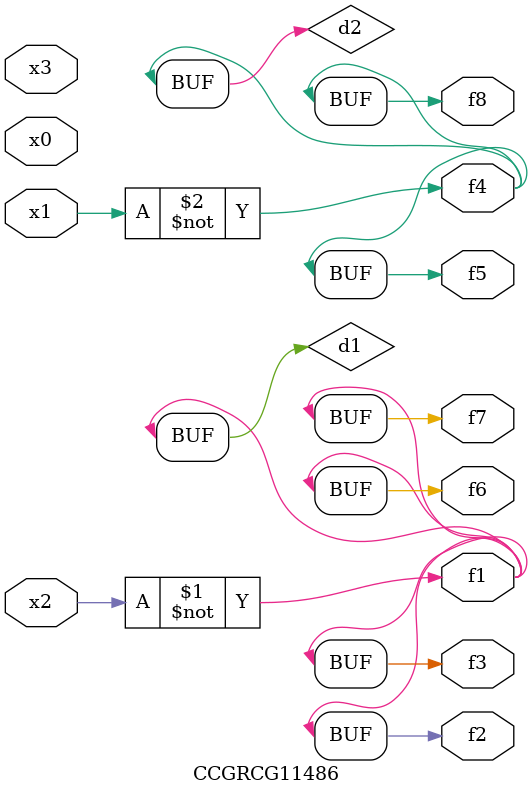
<source format=v>
module CCGRCG11486(
	input x0, x1, x2, x3,
	output f1, f2, f3, f4, f5, f6, f7, f8
);

	wire d1, d2;

	xnor (d1, x2);
	not (d2, x1);
	assign f1 = d1;
	assign f2 = d1;
	assign f3 = d1;
	assign f4 = d2;
	assign f5 = d2;
	assign f6 = d1;
	assign f7 = d1;
	assign f8 = d2;
endmodule

</source>
